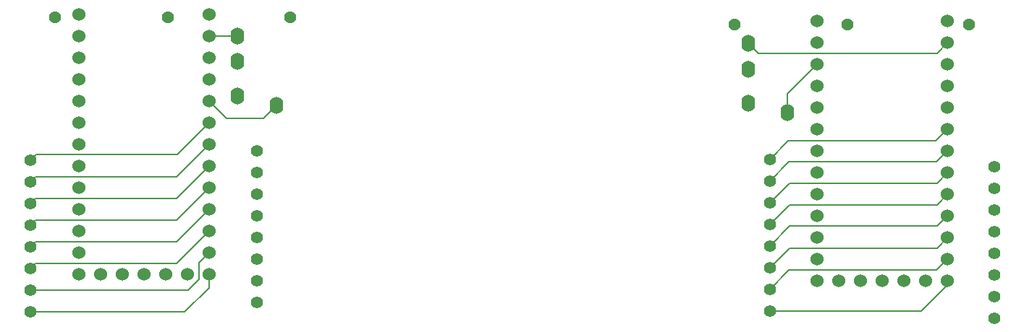
<source format=gtl>
G04 #@! TF.GenerationSoftware,KiCad,Pcbnew,8.0.7-8.0.7-0~ubuntu24.04.1*
G04 #@! TF.CreationDate,2025-01-01T20:03:56-05:00*
G04 #@! TF.ProjectId,promicro_rp2040_pcbholder_wiredver,70726f6d-6963-4726-9f5f-727032303430,rev?*
G04 #@! TF.SameCoordinates,Original*
G04 #@! TF.FileFunction,Copper,L1,Top*
G04 #@! TF.FilePolarity,Positive*
%FSLAX46Y46*%
G04 Gerber Fmt 4.6, Leading zero omitted, Abs format (unit mm)*
G04 Created by KiCad (PCBNEW 8.0.7-8.0.7-0~ubuntu24.04.1) date 2025-01-01 20:03:56*
%MOMM*%
%LPD*%
G01*
G04 APERTURE LIST*
G04 #@! TA.AperFunction,ComponentPad*
%ADD10C,1.430000*%
G04 #@! TD*
G04 #@! TA.AperFunction,ComponentPad*
%ADD11C,1.400000*%
G04 #@! TD*
G04 #@! TA.AperFunction,ComponentPad*
%ADD12O,1.600000X2.000000*%
G04 #@! TD*
G04 #@! TA.AperFunction,ComponentPad*
%ADD13C,1.524000*%
G04 #@! TD*
G04 #@! TA.AperFunction,Conductor*
%ADD14C,0.200000*%
G04 #@! TD*
G04 APERTURE END LIST*
D10*
G04 #@! TO.P,,*
G04 #@! TO.N,*
X169452501Y-75642080D03*
G04 #@! TD*
G04 #@! TO.P,,*
G04 #@! TO.N,*
X90003826Y-74785830D03*
G04 #@! TD*
D11*
G04 #@! TO.P,J4,8,Pin_8*
G04 #@! TO.N,LRow8*
X199852501Y-110086250D03*
G04 #@! TO.P,J4,7,Pin_7*
G04 #@! TO.N,LRow7*
X199852501Y-107546250D03*
G04 #@! TO.P,J4,6,Pin_6*
G04 #@! TO.N,LRow6*
X199852501Y-105006250D03*
G04 #@! TO.P,J4,5,Pin_5*
G04 #@! TO.N,LRow5*
X199852501Y-102466250D03*
G04 #@! TO.P,J4,4,Pin_4*
G04 #@! TO.N,LRow4*
X199852501Y-99926250D03*
G04 #@! TO.P,J4,3,Pin_3*
G04 #@! TO.N,LRow3*
X199852501Y-97386250D03*
G04 #@! TO.P,J4,2,Pin_2*
G04 #@! TO.N,LRow2*
X199852501Y-94846250D03*
G04 #@! TO.P,J4,1,Pin_1*
G04 #@! TO.N,LRow1*
X199852501Y-92306250D03*
G04 #@! TD*
G04 #@! TO.P,J3,8,Pin_8*
G04 #@! TO.N,LCol8*
X173602501Y-109256250D03*
G04 #@! TO.P,J3,7,Pin_7*
G04 #@! TO.N,LCol7*
X173602501Y-106716250D03*
G04 #@! TO.P,J3,6,Pin_6*
G04 #@! TO.N,LCol6*
X173602501Y-104176250D03*
G04 #@! TO.P,J3,5,Pin_5*
G04 #@! TO.N,LCol5*
X173602501Y-101636250D03*
G04 #@! TO.P,J3,4,Pin_4*
G04 #@! TO.N,LCol4*
X173602501Y-99096250D03*
G04 #@! TO.P,J3,3,Pin_3*
G04 #@! TO.N,LCol3*
X173602501Y-96556250D03*
G04 #@! TO.P,J3,2,Pin_2*
G04 #@! TO.N,LCol2*
X173602501Y-94016250D03*
G04 #@! TO.P,J3,1,Pin_1*
G04 #@! TO.N,LCol1*
X173602501Y-91476250D03*
G04 #@! TD*
G04 #@! TO.P,J2,8,Pin_8*
G04 #@! TO.N,RRow8*
X113602501Y-108280000D03*
G04 #@! TO.P,J2,7,Pin_7*
G04 #@! TO.N,RRow7*
X113602501Y-105740000D03*
G04 #@! TO.P,J2,6,Pin_6*
G04 #@! TO.N,RRow6*
X113602501Y-103200000D03*
G04 #@! TO.P,J2,5,Pin_5*
G04 #@! TO.N,RRow5*
X113602501Y-100660000D03*
G04 #@! TO.P,J2,4,Pin_4*
G04 #@! TO.N,RRow4*
X113602501Y-98120000D03*
G04 #@! TO.P,J2,3,Pin_3*
G04 #@! TO.N,RRow3*
X113602501Y-95580000D03*
G04 #@! TO.P,J2,2,Pin_2*
G04 #@! TO.N,RRow2*
X113602501Y-93040000D03*
G04 #@! TO.P,J2,1,Pin_1*
G04 #@! TO.N,RRow1*
X113602501Y-90500000D03*
G04 #@! TD*
G04 #@! TO.P,J1,8,Pin_8*
G04 #@! TO.N,RCol8*
X87102501Y-109336250D03*
G04 #@! TO.P,J1,7,Pin_7*
G04 #@! TO.N,RCol7*
X87102501Y-106796250D03*
G04 #@! TO.P,J1,6,Pin_6*
G04 #@! TO.N,RCol6*
X87102501Y-104256250D03*
G04 #@! TO.P,J1,5,Pin_5*
G04 #@! TO.N,RCol5*
X87102501Y-101716250D03*
G04 #@! TO.P,J1,4,Pin_4*
G04 #@! TO.N,RCol4*
X87102501Y-99176250D03*
G04 #@! TO.P,J1,3,Pin_3*
G04 #@! TO.N,RCol3*
X87102501Y-96636250D03*
G04 #@! TO.P,J1,2,Pin_2*
G04 #@! TO.N,RCol2*
X87102501Y-94096250D03*
G04 #@! TO.P,J1,1,Pin_1*
G04 #@! TO.N,RCol1*
X87102501Y-91556250D03*
G04 #@! TD*
D12*
G04 #@! TO.P,U4,1,SLEEVE*
G04 #@! TO.N,LGND*
X175702501Y-85956250D03*
G04 #@! TO.P,U4,2,TIP*
G04 #@! TO.N,LVCC*
X171102501Y-84856250D03*
G04 #@! TO.P,U4,3,RING1*
G04 #@! TO.N,unconnected-(U4-RING1-Pad3)*
X171102501Y-80856250D03*
G04 #@! TO.P,U4,4,RING2*
G04 #@! TO.N,LData*
X171102501Y-77856250D03*
G04 #@! TD*
G04 #@! TO.P,U2,4,RING2*
G04 #@! TO.N,RData*
X111302501Y-77006250D03*
G04 #@! TO.P,U2,3,RING1*
G04 #@! TO.N,unconnected-(U2-RING1-Pad3)*
X111302501Y-80006250D03*
G04 #@! TO.P,U2,2,TIP*
G04 #@! TO.N,RVCC*
X111302501Y-84006250D03*
G04 #@! TO.P,U2,1,SLEEVE*
G04 #@! TO.N,RGND*
X115902501Y-85106250D03*
G04 #@! TD*
D13*
G04 #@! TO.P,U1,31,GP11*
G04 #@! TO.N,unconnected-(U1-GP11-Pad31)*
X92760000Y-74460000D03*
G04 #@! TO.P,U1,30,5v*
G04 #@! TO.N,unconnected-(U1-5v-Pad30)*
X92760000Y-77000000D03*
G04 #@! TO.P,U1,29,GND*
G04 #@! TO.N,unconnected-(U1-GND-Pad29)*
X92760000Y-79540000D03*
G04 #@! TO.P,U1,28,RST*
G04 #@! TO.N,unconnected-(U1-RST-Pad28)*
X92760000Y-82080000D03*
G04 #@! TO.P,U1,27,3.3v*
G04 #@! TO.N,RVCC*
X92760000Y-84620000D03*
G04 #@! TO.P,U1,26,GP29*
G04 #@! TO.N,RRow1*
X92760000Y-87160000D03*
G04 #@! TO.P,U1,25,GP28*
G04 #@! TO.N,RRow2*
X92760000Y-89700000D03*
G04 #@! TO.P,U1,24,GP27*
G04 #@! TO.N,RRow3*
X92760000Y-92240000D03*
G04 #@! TO.P,U1,23,GP26*
G04 #@! TO.N,RRow4*
X92760000Y-94780000D03*
G04 #@! TO.P,U1,22,GP22*
G04 #@! TO.N,RRow5*
X92760000Y-97320000D03*
G04 #@! TO.P,U1,21,GP20*
G04 #@! TO.N,RRow6*
X92760000Y-99860000D03*
G04 #@! TO.P,U1,20,GP23*
G04 #@! TO.N,RRow7*
X92760000Y-102400000D03*
G04 #@! TO.P,U1,19,GP21*
G04 #@! TO.N,RRow8*
X92760000Y-104940000D03*
G04 #@! TO.P,U1,18,GP16*
G04 #@! TO.N,unconnected-(U1-GP16-Pad18)*
X95300000Y-104940000D03*
G04 #@! TO.P,U1,17,GP15*
G04 #@! TO.N,unconnected-(U1-GP15-Pad17)*
X97840000Y-104940000D03*
G04 #@! TO.P,U1,16,GP14*
G04 #@! TO.N,unconnected-(U1-GP14-Pad16)*
X100380000Y-104940000D03*
G04 #@! TO.P,U1,15,GP13*
G04 #@! TO.N,unconnected-(U1-GP13-Pad15)*
X102920000Y-104940000D03*
G04 #@! TO.P,U1,14,GP12*
G04 #@! TO.N,unconnected-(U1-GP12-Pad14)*
X105460000Y-104940000D03*
G04 #@! TO.P,U1,13,GP9*
G04 #@! TO.N,RCol8*
X108000000Y-104940000D03*
G04 #@! TO.P,U1,12,GP8*
G04 #@! TO.N,RCol7*
X108000000Y-102400000D03*
G04 #@! TO.P,U1,11,GP7*
G04 #@! TO.N,RCol6*
X108000000Y-99860000D03*
G04 #@! TO.P,U1,10,GP6*
G04 #@! TO.N,RCol5*
X108000000Y-97320000D03*
G04 #@! TO.P,U1,9,GP5*
G04 #@! TO.N,RCol4*
X108000000Y-94780000D03*
G04 #@! TO.P,U1,8,GP4*
G04 #@! TO.N,RCol3*
X108000000Y-92240000D03*
G04 #@! TO.P,U1,7,GP3*
G04 #@! TO.N,RCol2*
X108000000Y-89700000D03*
G04 #@! TO.P,U1,6,GP2*
G04 #@! TO.N,RCol1*
X108000000Y-87160000D03*
G04 #@! TO.P,U1,5,GND*
G04 #@! TO.N,RGND*
X108000000Y-84620000D03*
G04 #@! TO.P,U1,4,GND*
G04 #@! TO.N,unconnected-(U1-GND-Pad4)*
X108000000Y-82080000D03*
G04 #@! TO.P,U1,3,GP1*
G04 #@! TO.N,unconnected-(U1-GP1-Pad3)*
X108000000Y-79540000D03*
G04 #@! TO.P,U1,2,GP0*
G04 #@! TO.N,RData*
X108000000Y-77000000D03*
G04 #@! TO.P,U1,1,GP10*
G04 #@! TO.N,unconnected-(U1-GP10-Pad1)*
X108000000Y-74460000D03*
G04 #@! TD*
G04 #@! TO.P,U3,1,GP10*
G04 #@! TO.N,unconnected-(U3-GP10-Pad1)*
X194402501Y-75256250D03*
G04 #@! TO.P,U3,2,GP0*
G04 #@! TO.N,LData*
X194402501Y-77796250D03*
G04 #@! TO.P,U3,3,GP1*
G04 #@! TO.N,unconnected-(U3-GP1-Pad3)*
X194402501Y-80336250D03*
G04 #@! TO.P,U3,4,GND*
G04 #@! TO.N,unconnected-(U3-GND-Pad4)*
X194402501Y-82876250D03*
G04 #@! TO.P,U3,5,GND*
G04 #@! TO.N,unconnected-(U3-GND-Pad5)*
X194402501Y-85416250D03*
G04 #@! TO.P,U3,6,GP2*
G04 #@! TO.N,LCol1*
X194402501Y-87956250D03*
G04 #@! TO.P,U3,7,GP3*
G04 #@! TO.N,LCol2*
X194402501Y-90496250D03*
G04 #@! TO.P,U3,8,GP4*
G04 #@! TO.N,LCol3*
X194402501Y-93036250D03*
G04 #@! TO.P,U3,9,GP5*
G04 #@! TO.N,LCol4*
X194402501Y-95576250D03*
G04 #@! TO.P,U3,10,GP6*
G04 #@! TO.N,LCol5*
X194402501Y-98116250D03*
G04 #@! TO.P,U3,11,GP7*
G04 #@! TO.N,LCol6*
X194402501Y-100656250D03*
G04 #@! TO.P,U3,12,GP8*
G04 #@! TO.N,LCol7*
X194402501Y-103196250D03*
G04 #@! TO.P,U3,13,GP9*
G04 #@! TO.N,LCol8*
X194402501Y-105736250D03*
G04 #@! TO.P,U3,14,GP12*
G04 #@! TO.N,unconnected-(U3-GP12-Pad14)*
X191862501Y-105736250D03*
G04 #@! TO.P,U3,15,GP13*
G04 #@! TO.N,unconnected-(U3-GP13-Pad15)*
X189322501Y-105736250D03*
G04 #@! TO.P,U3,16,GP14*
G04 #@! TO.N,unconnected-(U3-GP14-Pad16)*
X186782501Y-105736250D03*
G04 #@! TO.P,U3,17,GP15*
G04 #@! TO.N,unconnected-(U3-GP15-Pad17)*
X184242501Y-105736250D03*
G04 #@! TO.P,U3,18,GP16*
G04 #@! TO.N,unconnected-(U3-GP16-Pad18)*
X181702501Y-105736250D03*
G04 #@! TO.P,U3,19,GP21*
G04 #@! TO.N,LRow8*
X179162501Y-105736250D03*
G04 #@! TO.P,U3,20,GP23*
G04 #@! TO.N,LRow7*
X179162501Y-103196250D03*
G04 #@! TO.P,U3,21,GP20*
G04 #@! TO.N,LRow6*
X179162501Y-100656250D03*
G04 #@! TO.P,U3,22,GP22*
G04 #@! TO.N,LRow5*
X179162501Y-98116250D03*
G04 #@! TO.P,U3,23,GP26*
G04 #@! TO.N,LRow4*
X179162501Y-95576250D03*
G04 #@! TO.P,U3,24,GP27*
G04 #@! TO.N,LRow3*
X179162501Y-93036250D03*
G04 #@! TO.P,U3,25,GP28*
G04 #@! TO.N,LRow2*
X179162501Y-90496250D03*
G04 #@! TO.P,U3,26,GP29*
G04 #@! TO.N,LRow1*
X179162501Y-87956250D03*
G04 #@! TO.P,U3,27,3.3v*
G04 #@! TO.N,LVCC*
X179162501Y-85416250D03*
G04 #@! TO.P,U3,28,RST*
G04 #@! TO.N,unconnected-(U3-RST-Pad28)*
X179162501Y-82876250D03*
G04 #@! TO.P,U3,29,GND*
G04 #@! TO.N,LGND*
X179162501Y-80336250D03*
G04 #@! TO.P,U3,30,5v*
G04 #@! TO.N,unconnected-(U3-5v-Pad30)*
X179162501Y-77796250D03*
G04 #@! TO.P,U3,31,GP11*
G04 #@! TO.N,unconnected-(U3-GP11-Pad31)*
X179162501Y-75256250D03*
G04 #@! TD*
D10*
G04 #@! TO.P,,*
G04 #@! TO.N,*
X103216326Y-74785830D03*
G04 #@! TD*
G04 #@! TO.P,,*
G04 #@! TO.N,*
X182665001Y-75642080D03*
G04 #@! TD*
G04 #@! TO.P,,*
G04 #@! TO.N,*
X196952501Y-75642080D03*
G04 #@! TD*
G04 #@! TO.P,,*
G04 #@! TO.N,*
X117503826Y-74785830D03*
G04 #@! TD*
D14*
G04 #@! TO.N,LCol1*
X173602501Y-91476250D02*
X175772501Y-89306250D01*
X175772501Y-89306250D02*
X193052501Y-89306250D01*
X193052501Y-89306250D02*
X194402501Y-87956250D01*
G04 #@! TO.N,LCol2*
X173602501Y-94016250D02*
X175862501Y-91756250D01*
X175862501Y-91756250D02*
X193142501Y-91756250D01*
X193142501Y-91756250D02*
X194402501Y-90496250D01*
G04 #@! TO.N,LCol3*
X173602501Y-96556250D02*
X175902501Y-94256250D01*
X175902501Y-94256250D02*
X193182501Y-94256250D01*
X193182501Y-94256250D02*
X194402501Y-93036250D01*
G04 #@! TO.N,LCol4*
X173602501Y-99096250D02*
X175892501Y-96806250D01*
X175892501Y-96806250D02*
X193172501Y-96806250D01*
X193172501Y-96806250D02*
X194402501Y-95576250D01*
G04 #@! TO.N,LCol5*
X173602501Y-101636250D02*
X175932501Y-99306250D01*
X175932501Y-99306250D02*
X193212501Y-99306250D01*
X193212501Y-99306250D02*
X194402501Y-98116250D01*
G04 #@! TO.N,LCol6*
X173602501Y-104176250D02*
X175922501Y-101856250D01*
X175922501Y-101856250D02*
X193202501Y-101856250D01*
X193202501Y-101856250D02*
X194402501Y-100656250D01*
G04 #@! TO.N,LCol7*
X173602501Y-106716250D02*
X175862501Y-104456250D01*
X193142501Y-104456250D02*
X194402501Y-103196250D01*
X175862501Y-104456250D02*
X193142501Y-104456250D01*
G04 #@! TO.N,LCol8*
X173602501Y-109256250D02*
X191352501Y-109256250D01*
X191352501Y-109256250D02*
X194402501Y-106206250D01*
X194402501Y-106206250D02*
X194402501Y-105736250D01*
G04 #@! TO.N,LData*
X171102501Y-77856250D02*
X172252501Y-79006250D01*
X172252501Y-79006250D02*
X193192501Y-79006250D01*
X193192501Y-79006250D02*
X194402501Y-77796250D01*
G04 #@! TO.N,LGND*
X175702501Y-85956250D02*
X175702501Y-83796250D01*
X175702501Y-83796250D02*
X179162501Y-80336250D01*
G04 #@! TO.N,RCol8*
X87102501Y-109336250D02*
X105172501Y-109336250D01*
X105172501Y-109336250D02*
X108000000Y-106508751D01*
X108000000Y-106508751D02*
X108000000Y-104940000D01*
G04 #@! TO.N,RCol7*
X87102501Y-106796250D02*
X105578064Y-106796250D01*
X105578064Y-106796250D02*
X106802501Y-105571813D01*
X106802501Y-105571813D02*
X106802501Y-103597499D01*
X106802501Y-103597499D02*
X108000000Y-102400000D01*
G04 #@! TO.N,RCol6*
X87102501Y-104256250D02*
X87702501Y-103656250D01*
X87702501Y-103656250D02*
X104203750Y-103656250D01*
X104203750Y-103656250D02*
X108000000Y-99860000D01*
G04 #@! TO.N,RCol5*
X87102501Y-101716250D02*
X87712501Y-101106250D01*
X87712501Y-101106250D02*
X104213750Y-101106250D01*
X104213750Y-101106250D02*
X108000000Y-97320000D01*
G04 #@! TO.N,RCol4*
X87102501Y-99176250D02*
X87722501Y-98556250D01*
X87722501Y-98556250D02*
X104223750Y-98556250D01*
X104223750Y-98556250D02*
X108000000Y-94780000D01*
G04 #@! TO.N,RCol3*
X87102501Y-96636250D02*
X87682501Y-96056250D01*
X87682501Y-96056250D02*
X104183750Y-96056250D01*
X104183750Y-96056250D02*
X108000000Y-92240000D01*
G04 #@! TO.N,RCol2*
X87102501Y-94096250D02*
X87692501Y-93506250D01*
X87692501Y-93506250D02*
X104193750Y-93506250D01*
X104193750Y-93506250D02*
X108000000Y-89700000D01*
G04 #@! TO.N,RCol1*
X87102501Y-91556250D02*
X87752501Y-90906250D01*
X87752501Y-90906250D02*
X104253750Y-90906250D01*
X104253750Y-90906250D02*
X108000000Y-87160000D01*
G04 #@! TO.N,RData*
X111302501Y-77006250D02*
X108006250Y-77006250D01*
X108006250Y-77006250D02*
X108000000Y-77000000D01*
G04 #@! TO.N,RGND*
X115902501Y-85106250D02*
X114352501Y-86656250D01*
X114352501Y-86656250D02*
X110036250Y-86656250D01*
X110036250Y-86656250D02*
X108000000Y-84620000D01*
X115902501Y-85106250D02*
X115702501Y-85106250D01*
G04 #@! TO.N,LVCC*
X178425153Y-85456250D02*
X178545153Y-85336250D01*
G04 #@! TD*
M02*

</source>
